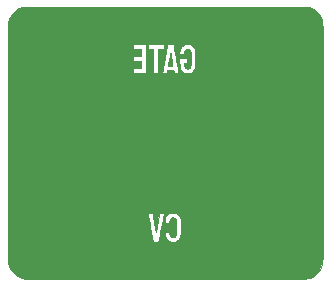
<source format=gbr>
%TF.GenerationSoftware,KiCad,Pcbnew,8.0.8*%
%TF.CreationDate,2025-01-17T16:13:05-03:00*%
%TF.ProjectId,DQ-Panel,44512d50-616e-4656-9c2e-6b696361645f,rev?*%
%TF.SameCoordinates,Original*%
%TF.FileFunction,Soldermask,Bot*%
%TF.FilePolarity,Negative*%
%FSLAX46Y46*%
G04 Gerber Fmt 4.6, Leading zero omitted, Abs format (unit mm)*
G04 Created by KiCad (PCBNEW 8.0.8) date 2025-01-17 16:13:05*
%MOMM*%
%LPD*%
G01*
G04 APERTURE LIST*
%ADD10C,0.000000*%
%ADD11C,0.010000*%
G04 APERTURE END LIST*
D10*
G36*
X63974250Y-120232180D02*
G01*
X64175890Y-120312490D01*
X64351040Y-120408590D01*
X64513350Y-120529060D01*
X64653720Y-120659320D01*
X64744070Y-120753010D01*
X64811430Y-120831390D01*
X64864900Y-120906790D01*
X64913590Y-120991500D01*
X64944970Y-121053290D01*
X64993320Y-121160110D01*
X65039030Y-121276000D01*
X65074860Y-121382060D01*
X65085710Y-121421010D01*
X65088960Y-121434300D01*
X65092040Y-121448400D01*
X65094950Y-121464440D01*
X65097700Y-121483570D01*
X65100290Y-121506900D01*
X65102730Y-121535600D01*
X65105020Y-121570780D01*
X65107170Y-121613590D01*
X65109180Y-121665160D01*
X65111050Y-121726640D01*
X65112790Y-121799150D01*
X65114410Y-121883840D01*
X65115900Y-121981840D01*
X65117280Y-122094290D01*
X65118550Y-122222330D01*
X65119720Y-122367100D01*
X65120780Y-122529720D01*
X65121740Y-122711340D01*
X65122610Y-122913100D01*
X65123390Y-123136120D01*
X65124090Y-123381560D01*
X65124710Y-123650540D01*
X65125250Y-123944210D01*
X65125730Y-124263690D01*
X65126140Y-124610140D01*
X65126490Y-124984670D01*
X65126780Y-125388440D01*
X65127030Y-125822580D01*
X65127220Y-126288220D01*
X65127380Y-126786500D01*
X65127500Y-127318560D01*
X65127580Y-127885540D01*
X65127640Y-128488570D01*
X65127680Y-129128800D01*
X65127690Y-129807350D01*
X65127690Y-130525360D01*
X65127690Y-131283980D01*
X65127680Y-131697420D01*
X65127670Y-132477950D01*
X65127650Y-133217270D01*
X65127610Y-133916540D01*
X65127560Y-134576880D01*
X65127490Y-135199440D01*
X65127400Y-135785350D01*
X65127270Y-136335750D01*
X65127110Y-136851780D01*
X65126910Y-137334560D01*
X65126660Y-137785250D01*
X65126370Y-138204970D01*
X65126030Y-138594870D01*
X65125630Y-138956080D01*
X65125160Y-139289740D01*
X65124630Y-139596980D01*
X65124030Y-139878940D01*
X65123360Y-140136760D01*
X65122600Y-140371580D01*
X65121760Y-140584530D01*
X65120830Y-140776750D01*
X65119810Y-140949370D01*
X65118690Y-141103540D01*
X65117460Y-141240400D01*
X65116130Y-141361060D01*
X65114690Y-141466690D01*
X65113130Y-141558400D01*
X65111450Y-141637350D01*
X65109650Y-141704660D01*
X65107710Y-141761470D01*
X65105640Y-141808920D01*
X65103440Y-141848150D01*
X65101090Y-141880290D01*
X65098590Y-141906490D01*
X65095940Y-141927870D01*
X65093130Y-141945570D01*
X65090160Y-141960740D01*
X65087030Y-141974510D01*
X65086730Y-141975750D01*
X65006000Y-142224620D01*
X64889520Y-142454730D01*
X64740120Y-142662040D01*
X64560630Y-142842520D01*
X64389780Y-142969730D01*
X64212260Y-143072600D01*
X64039040Y-143147260D01*
X63856070Y-143198460D01*
X63649340Y-143230980D01*
X63609360Y-143235140D01*
X63574690Y-143236450D01*
X63499180Y-143237710D01*
X63384300Y-143238920D01*
X63231550Y-143240080D01*
X63042420Y-143241190D01*
X62818390Y-143242240D01*
X62560950Y-143243250D01*
X62271580Y-143244200D01*
X61951780Y-143245110D01*
X61603030Y-143245960D01*
X61226810Y-143246760D01*
X60824620Y-143247520D01*
X60397930Y-143248220D01*
X59948250Y-143248880D01*
X59477050Y-143249480D01*
X58985820Y-143250040D01*
X58476050Y-143250550D01*
X57949230Y-143251010D01*
X57406840Y-143251420D01*
X56850370Y-143251780D01*
X56281300Y-143252090D01*
X55701130Y-143252360D01*
X55111340Y-143252570D01*
X54513420Y-143252740D01*
X53908860Y-143252860D01*
X53299130Y-143252940D01*
X52685740Y-143252960D01*
X52070160Y-143252940D01*
X51453880Y-143252870D01*
X50838390Y-143252760D01*
X50225180Y-143252590D01*
X49615730Y-143252390D01*
X49011540Y-143252130D01*
X48414080Y-143251830D01*
X47824850Y-143251480D01*
X47245320Y-143251090D01*
X46677000Y-143250650D01*
X46121370Y-143250160D01*
X45579900Y-143249630D01*
X45054100Y-143249060D01*
X44545440Y-143248430D01*
X44055420Y-143247770D01*
X43585520Y-143247060D01*
X43137220Y-143246300D01*
X42712020Y-143245500D01*
X42311410Y-143244660D01*
X41936860Y-143243770D01*
X41589870Y-143242830D01*
X41271920Y-143241860D01*
X40984500Y-143240840D01*
X40729100Y-143239770D01*
X40507200Y-143238660D01*
X40320290Y-143237510D01*
X40169860Y-143236320D01*
X40057400Y-143235080D01*
X39984380Y-143233800D01*
X39953140Y-143232570D01*
X39707980Y-143188380D01*
X39471020Y-143105790D01*
X39248180Y-142988380D01*
X39045350Y-142839760D01*
X38868430Y-142663490D01*
X38745550Y-142498840D01*
X38656210Y-142348030D01*
X38590440Y-142205690D01*
X38539880Y-142052470D01*
X38520100Y-141975750D01*
X38516950Y-141962050D01*
X38513960Y-141947060D01*
X38511140Y-141929640D01*
X38508480Y-141908640D01*
X38505960Y-141882940D01*
X38503600Y-141851390D01*
X38501380Y-141812860D01*
X38499300Y-141766220D01*
X38497350Y-141710310D01*
X38495540Y-141644020D01*
X38493850Y-141566200D01*
X38492280Y-141475710D01*
X38490820Y-141371410D01*
X38489480Y-141252180D01*
X38488250Y-141116870D01*
X38487120Y-140964340D01*
X38486090Y-140793460D01*
X38485150Y-140603100D01*
X38484300Y-140392110D01*
X38483540Y-140159350D01*
X38482850Y-139903700D01*
X38482250Y-139624010D01*
X38481710Y-139319150D01*
X38481240Y-138987970D01*
X38480830Y-138629350D01*
X38480480Y-138242150D01*
X38480190Y-137825220D01*
X38480100Y-137663040D01*
X50310450Y-137663040D01*
X50314310Y-137686150D01*
X50325680Y-137747070D01*
X50343850Y-137842070D01*
X50368070Y-137967440D01*
X50397650Y-138119460D01*
X50431840Y-138294400D01*
X50469930Y-138488560D01*
X50511190Y-138698210D01*
X50547090Y-138880120D01*
X50784450Y-140081330D01*
X51002490Y-140081330D01*
X51100590Y-140080830D01*
X51164370Y-140078240D01*
X51201860Y-140071870D01*
X51221070Y-140060080D01*
X51230010Y-140041190D01*
X51231930Y-140033710D01*
X51237920Y-140005390D01*
X51251120Y-139940840D01*
X51270620Y-139844560D01*
X51295530Y-139721040D01*
X51324950Y-139574790D01*
X51357980Y-139410320D01*
X51393200Y-139234660D01*
X51723860Y-139234660D01*
X51738620Y-139409290D01*
X51771280Y-139591300D01*
X51834060Y-139750110D01*
X51923010Y-139883200D01*
X52034190Y-139988050D01*
X52163670Y-140062140D01*
X52307490Y-140102940D01*
X52461720Y-140107930D01*
X52622410Y-140074600D01*
X52718320Y-140036100D01*
X52851920Y-139951630D01*
X52960580Y-139836010D01*
X53046550Y-139688060D01*
X53059470Y-139658830D01*
X53069850Y-139629920D01*
X53077940Y-139596520D01*
X53084050Y-139553810D01*
X53088440Y-139496960D01*
X53091410Y-139421150D01*
X53093220Y-139321580D01*
X53094170Y-139193410D01*
X53094530Y-139031840D01*
X53094580Y-138864250D01*
X53094580Y-138144580D01*
X53033510Y-138012340D01*
X52947090Y-137871780D01*
X52831070Y-137753160D01*
X52694580Y-137665700D01*
X52685550Y-137661470D01*
X52611630Y-137634520D01*
X52528300Y-137620280D01*
X52419560Y-137616050D01*
X52417250Y-137616050D01*
X52268960Y-137627020D01*
X52145900Y-137663110D01*
X52036160Y-137729040D01*
X51956900Y-137799480D01*
X51863510Y-137908930D01*
X51801640Y-138023550D01*
X51766400Y-138155080D01*
X51753790Y-138287460D01*
X51746280Y-138472660D01*
X52152660Y-138472660D01*
X52152740Y-138340370D01*
X52159980Y-138236500D01*
X52183250Y-138160300D01*
X52194140Y-138140320D01*
X52262900Y-138063530D01*
X52349180Y-138020400D01*
X52443560Y-138012070D01*
X52536580Y-138039680D01*
X52605770Y-138090470D01*
X52671250Y-138155920D01*
X52677380Y-138832300D01*
X52678970Y-139033310D01*
X52679300Y-139196420D01*
X52677710Y-139326020D01*
X52673580Y-139426550D01*
X52666250Y-139502410D01*
X52655080Y-139558030D01*
X52639420Y-139597810D01*
X52618640Y-139626190D01*
X52592080Y-139647560D01*
X52559120Y-139666360D01*
X52555520Y-139668220D01*
X52466290Y-139696190D01*
X52372570Y-139696250D01*
X52290800Y-139669110D01*
X52271510Y-139656130D01*
X52204610Y-139584490D01*
X52166120Y-139493460D01*
X52152750Y-139374870D01*
X52152660Y-139362710D01*
X52152660Y-139234660D01*
X51723860Y-139234660D01*
X51393200Y-139234660D01*
X51393710Y-139232130D01*
X51431250Y-139044710D01*
X51469700Y-138852580D01*
X51508150Y-138660240D01*
X51545700Y-138472180D01*
X51581460Y-138292920D01*
X51614520Y-138126950D01*
X51643990Y-137978780D01*
X51668960Y-137852900D01*
X51688530Y-137753840D01*
X51701800Y-137686080D01*
X51707870Y-137654130D01*
X51708160Y-137652230D01*
X51688530Y-137650000D01*
X51635690Y-137649350D01*
X51558740Y-137650300D01*
X51503300Y-137651690D01*
X51298430Y-137657750D01*
X51157960Y-138445820D01*
X51126100Y-138623080D01*
X51096120Y-138787070D01*
X51068910Y-138933150D01*
X51045350Y-139056680D01*
X51026330Y-139153030D01*
X51012730Y-139217570D01*
X51005440Y-139245650D01*
X51005000Y-139246380D01*
X50992650Y-139237750D01*
X50980380Y-139199520D01*
X50980310Y-139199140D01*
X50973450Y-139162560D01*
X50960780Y-139092000D01*
X50943270Y-138993140D01*
X50921920Y-138871650D01*
X50897710Y-138733220D01*
X50871630Y-138583540D01*
X50844650Y-138428280D01*
X50817770Y-138273130D01*
X50791970Y-138123770D01*
X50768240Y-137985880D01*
X50747560Y-137865160D01*
X50730920Y-137767270D01*
X50719300Y-137697910D01*
X50713690Y-137662760D01*
X50713330Y-137659670D01*
X50694060Y-137653440D01*
X50643690Y-137649420D01*
X50573420Y-137647510D01*
X50494410Y-137647630D01*
X50417850Y-137649680D01*
X50354920Y-137653570D01*
X50316790Y-137659200D01*
X50310450Y-137663040D01*
X38480100Y-137663040D01*
X38479940Y-137377440D01*
X38479730Y-136897650D01*
X38479570Y-136384740D01*
X38479440Y-135837560D01*
X38479340Y-135254970D01*
X38479270Y-134635840D01*
X38479220Y-133979020D01*
X38479180Y-133283390D01*
X38479160Y-132547810D01*
X38479150Y-131771130D01*
X38479140Y-131697420D01*
X38479140Y-130917110D01*
X38479130Y-130178000D01*
X38479140Y-129478950D01*
X38479160Y-128818810D01*
X38479210Y-128196470D01*
X38479280Y-127610770D01*
X38479380Y-127060580D01*
X38479520Y-126544760D01*
X38479690Y-126062190D01*
X38479910Y-125611710D01*
X38480180Y-125192200D01*
X38480500Y-124802510D01*
X38480880Y-124441510D01*
X38481320Y-124108060D01*
X38481820Y-123801030D01*
X38481857Y-123783000D01*
X49041160Y-123783000D01*
X49782000Y-123783000D01*
X49782000Y-124354500D01*
X49041160Y-124354500D01*
X49041160Y-124756660D01*
X49782000Y-124756660D01*
X49782000Y-125391660D01*
X49041160Y-125391660D01*
X49041160Y-125815000D01*
X50184160Y-125815000D01*
X50184160Y-123380830D01*
X50311160Y-123380830D01*
X50311160Y-123783000D01*
X50798000Y-123783000D01*
X50798000Y-125815000D01*
X51200160Y-125815000D01*
X51200160Y-125789470D01*
X51545490Y-125789470D01*
X51552760Y-125803400D01*
X51578090Y-125811030D01*
X51628990Y-125814270D01*
X51712960Y-125814990D01*
X51738080Y-125815000D01*
X51832970Y-125814010D01*
X51893610Y-125810100D01*
X51928070Y-125801850D01*
X51944410Y-125787830D01*
X51948370Y-125777960D01*
X51957320Y-125735190D01*
X51967970Y-125670400D01*
X51972260Y-125640370D01*
X51985920Y-125539830D01*
X52485420Y-125539830D01*
X52504250Y-125672120D01*
X52523080Y-125804410D01*
X52729080Y-125810470D01*
X52826990Y-125812140D01*
X52888570Y-125809800D01*
X52919690Y-125802810D01*
X52926240Y-125790540D01*
X52925870Y-125789300D01*
X52920500Y-125763850D01*
X52908430Y-125700640D01*
X52890370Y-125603550D01*
X52867030Y-125476510D01*
X52839120Y-125323420D01*
X52807370Y-125148190D01*
X52772480Y-124954720D01*
X52735160Y-124746920D01*
X52714170Y-124629660D01*
X52675680Y-124414540D01*
X52639150Y-124210660D01*
X52638380Y-124206330D01*
X52994020Y-124206330D01*
X53401500Y-124206330D01*
X53401610Y-124116370D01*
X53416120Y-123982170D01*
X53457950Y-123875400D01*
X53525160Y-123798860D01*
X53615810Y-123755320D01*
X53659180Y-123747670D01*
X53762070Y-123756160D01*
X53847480Y-123802400D01*
X53911060Y-123883920D01*
X53916480Y-123894820D01*
X53926910Y-123921620D01*
X53935100Y-123956350D01*
X53941320Y-124004040D01*
X53945830Y-124069670D01*
X53948880Y-124158250D01*
X53950730Y-124274780D01*
X53951620Y-124424270D01*
X53951830Y-124585920D01*
X53951490Y-124779210D01*
X53950000Y-124934960D01*
X53946670Y-125057970D01*
X53940800Y-125153040D01*
X53931690Y-125224950D01*
X53918640Y-125278510D01*
X53900960Y-125318500D01*
X53877950Y-125349730D01*
X53848900Y-125376990D01*
X53835120Y-125388110D01*
X53758160Y-125424410D01*
X53665180Y-125433000D01*
X53572930Y-125413000D01*
X53551760Y-125403330D01*
X53483240Y-125351540D01*
X53437700Y-125275780D01*
X53411950Y-125169660D01*
X53406120Y-125112490D01*
X53395810Y-124968330D01*
X53676660Y-124968330D01*
X53676660Y-124566160D01*
X52995900Y-124566160D01*
X53002910Y-124941870D01*
X53005810Y-125078500D01*
X53009320Y-125180610D01*
X53014440Y-125256020D01*
X53022140Y-125312540D01*
X53033410Y-125357980D01*
X53049240Y-125400150D01*
X53064970Y-125434960D01*
X53147360Y-125576610D01*
X53248330Y-125685190D01*
X53358790Y-125759830D01*
X53514950Y-125821770D01*
X53677620Y-125843210D01*
X53840770Y-125823940D01*
X53966700Y-125779500D01*
X54080210Y-125707250D01*
X54185000Y-125605100D01*
X54269900Y-125485380D01*
X54311540Y-125397710D01*
X54323520Y-125363920D01*
X54333070Y-125330180D01*
X54340420Y-125291570D01*
X54345790Y-125243190D01*
X54349410Y-125180090D01*
X54351490Y-125097380D01*
X54352270Y-124990130D01*
X54351950Y-124853420D01*
X54350780Y-124682340D01*
X54349720Y-124557360D01*
X54343410Y-123835910D01*
X54285210Y-123725500D01*
X54185500Y-123578600D01*
X54056690Y-123462210D01*
X53967000Y-123407430D01*
X53904490Y-123377660D01*
X53847250Y-123360210D01*
X53779920Y-123352070D01*
X53687140Y-123350200D01*
X53676660Y-123350240D01*
X53578350Y-123352910D01*
X53506900Y-123361790D01*
X53446980Y-123379900D01*
X53390910Y-123406190D01*
X53244530Y-123503570D01*
X53132600Y-123625460D01*
X53055030Y-123772020D01*
X53011730Y-123943400D01*
X53003230Y-124031710D01*
X52994020Y-124206330D01*
X52638380Y-124206330D01*
X52605310Y-124022090D01*
X52574900Y-123852850D01*
X52548630Y-123707010D01*
X52527230Y-123588610D01*
X52511440Y-123501700D01*
X52501990Y-123450330D01*
X52499830Y-123439040D01*
X52487970Y-123380830D01*
X51965530Y-123380830D01*
X51953510Y-123439040D01*
X51947700Y-123470610D01*
X51935450Y-123539810D01*
X51917470Y-123642530D01*
X51894460Y-123774680D01*
X51867150Y-123932170D01*
X51836240Y-124110880D01*
X51802450Y-124306720D01*
X51766480Y-124515600D01*
X51750510Y-124608500D01*
X51713880Y-124821310D01*
X51679170Y-125022510D01*
X51647060Y-125208060D01*
X51618270Y-125373910D01*
X51593500Y-125516010D01*
X51573460Y-125630310D01*
X51558850Y-125712760D01*
X51550370Y-125759310D01*
X51548770Y-125767370D01*
X51545490Y-125789470D01*
X51200160Y-125789470D01*
X51200160Y-123783000D01*
X51665830Y-123783000D01*
X51665830Y-123380830D01*
X50311160Y-123380830D01*
X50184160Y-123380830D01*
X49041160Y-123380830D01*
X49041160Y-123783000D01*
X38481857Y-123783000D01*
X38482400Y-123519280D01*
X38482760Y-123380830D01*
X38483060Y-123261660D01*
X38483800Y-123027050D01*
X38484620Y-122814310D01*
X38485530Y-122622300D01*
X38486540Y-122449880D01*
X38487650Y-122295910D01*
X38488860Y-122159270D01*
X38490190Y-122038800D01*
X38491620Y-121933380D01*
X38493170Y-121841870D01*
X38494850Y-121763130D01*
X38496660Y-121696020D01*
X38498590Y-121639400D01*
X38500660Y-121592150D01*
X38502880Y-121553120D01*
X38505240Y-121521180D01*
X38507750Y-121495180D01*
X38510420Y-121473990D01*
X38513240Y-121456480D01*
X38516240Y-121441510D01*
X38519400Y-121427930D01*
X38521120Y-121421010D01*
X38550260Y-121325360D01*
X38592490Y-121211500D01*
X38640560Y-121098320D01*
X38661860Y-121053290D01*
X38712110Y-120956790D01*
X38761580Y-120877150D01*
X38819350Y-120802060D01*
X38894540Y-120719200D01*
X38953110Y-120659320D01*
X39115350Y-120510880D01*
X39278620Y-120394240D01*
X39456570Y-120300800D01*
X39632580Y-120232180D01*
X39801910Y-120174080D01*
X63804910Y-120174080D01*
X63974250Y-120232180D01*
G37*
D11*
X63974250Y-120232180D02*
X64175890Y-120312490D01*
X64175890Y-120312490D02*
X64351040Y-120408590D01*
X64351040Y-120408590D02*
X64513350Y-120529060D01*
X64513350Y-120529060D02*
X64653720Y-120659320D01*
X64653720Y-120659320D02*
X64744070Y-120753010D01*
X64744070Y-120753010D02*
X64811430Y-120831390D01*
X64811430Y-120831390D02*
X64864900Y-120906790D01*
X64864900Y-120906790D02*
X64913590Y-120991500D01*
X64913590Y-120991500D02*
X64944970Y-121053290D01*
X64944970Y-121053290D02*
X64993320Y-121160110D01*
X64993320Y-121160110D02*
X65039030Y-121276000D01*
X65039030Y-121276000D02*
X65074860Y-121382060D01*
X65074860Y-121382060D02*
X65085710Y-121421010D01*
X65085710Y-121421010D02*
X65088960Y-121434300D01*
X65088960Y-121434300D02*
X65092040Y-121448400D01*
X65092040Y-121448400D02*
X65094950Y-121464440D01*
X65094950Y-121464440D02*
X65097700Y-121483570D01*
X65097700Y-121483570D02*
X65100290Y-121506900D01*
X65100290Y-121506900D02*
X65102730Y-121535600D01*
X65102730Y-121535600D02*
X65105020Y-121570780D01*
X65105020Y-121570780D02*
X65107170Y-121613590D01*
X65107170Y-121613590D02*
X65109180Y-121665160D01*
X65109180Y-121665160D02*
X65111050Y-121726640D01*
X65111050Y-121726640D02*
X65112790Y-121799150D01*
X65112790Y-121799150D02*
X65114410Y-121883840D01*
X65114410Y-121883840D02*
X65115900Y-121981840D01*
X65115900Y-121981840D02*
X65117280Y-122094290D01*
X65117280Y-122094290D02*
X65118550Y-122222330D01*
X65118550Y-122222330D02*
X65119720Y-122367100D01*
X65119720Y-122367100D02*
X65120780Y-122529720D01*
X65120780Y-122529720D02*
X65121740Y-122711340D01*
X65121740Y-122711340D02*
X65122610Y-122913100D01*
X65122610Y-122913100D02*
X65123390Y-123136120D01*
X65123390Y-123136120D02*
X65124090Y-123381560D01*
X65124090Y-123381560D02*
X65124710Y-123650540D01*
X65124710Y-123650540D02*
X65125250Y-123944210D01*
X65125250Y-123944210D02*
X65125730Y-124263690D01*
X65125730Y-124263690D02*
X65126140Y-124610140D01*
X65126140Y-124610140D02*
X65126490Y-124984670D01*
X65126490Y-124984670D02*
X65126780Y-125388440D01*
X65126780Y-125388440D02*
X65127030Y-125822580D01*
X65127030Y-125822580D02*
X65127220Y-126288220D01*
X65127220Y-126288220D02*
X65127380Y-126786500D01*
X65127380Y-126786500D02*
X65127500Y-127318560D01*
X65127500Y-127318560D02*
X65127580Y-127885540D01*
X65127580Y-127885540D02*
X65127640Y-128488570D01*
X65127640Y-128488570D02*
X65127680Y-129128800D01*
X65127680Y-129128800D02*
X65127690Y-129807350D01*
X65127690Y-129807350D02*
X65127690Y-130525360D01*
X65127690Y-130525360D02*
X65127690Y-131283980D01*
X65127690Y-131283980D02*
X65127680Y-131697420D01*
X65127680Y-131697420D02*
X65127670Y-132477950D01*
X65127670Y-132477950D02*
X65127650Y-133217270D01*
X65127650Y-133217270D02*
X65127610Y-133916540D01*
X65127610Y-133916540D02*
X65127560Y-134576880D01*
X65127560Y-134576880D02*
X65127490Y-135199440D01*
X65127490Y-135199440D02*
X65127400Y-135785350D01*
X65127400Y-135785350D02*
X65127270Y-136335750D01*
X65127270Y-136335750D02*
X65127110Y-136851780D01*
X65127110Y-136851780D02*
X65126910Y-137334560D01*
X65126910Y-137334560D02*
X65126660Y-137785250D01*
X65126660Y-137785250D02*
X65126370Y-138204970D01*
X65126370Y-138204970D02*
X65126030Y-138594870D01*
X65126030Y-138594870D02*
X65125630Y-138956080D01*
X65125630Y-138956080D02*
X65125160Y-139289740D01*
X65125160Y-139289740D02*
X65124630Y-139596980D01*
X65124630Y-139596980D02*
X65124030Y-139878940D01*
X65124030Y-139878940D02*
X65123360Y-140136760D01*
X65123360Y-140136760D02*
X65122600Y-140371580D01*
X65122600Y-140371580D02*
X65121760Y-140584530D01*
X65121760Y-140584530D02*
X65120830Y-140776750D01*
X65120830Y-140776750D02*
X65119810Y-140949370D01*
X65119810Y-140949370D02*
X65118690Y-141103540D01*
X65118690Y-141103540D02*
X65117460Y-141240400D01*
X65117460Y-141240400D02*
X65116130Y-141361060D01*
X65116130Y-141361060D02*
X65114690Y-141466690D01*
X65114690Y-141466690D02*
X65113130Y-141558400D01*
X65113130Y-141558400D02*
X65111450Y-141637350D01*
X65111450Y-141637350D02*
X65109650Y-141704660D01*
X65109650Y-141704660D02*
X65107710Y-141761470D01*
X65107710Y-141761470D02*
X65105640Y-141808920D01*
X65105640Y-141808920D02*
X65103440Y-141848150D01*
X65103440Y-141848150D02*
X65101090Y-141880290D01*
X65101090Y-141880290D02*
X65098590Y-141906490D01*
X65098590Y-141906490D02*
X65095940Y-141927870D01*
X65095940Y-141927870D02*
X65093130Y-141945570D01*
X65093130Y-141945570D02*
X65090160Y-141960740D01*
X65090160Y-141960740D02*
X65087030Y-141974510D01*
X65087030Y-141974510D02*
X65086730Y-141975750D01*
X65086730Y-141975750D02*
X65006000Y-142224620D01*
X65006000Y-142224620D02*
X64889520Y-142454730D01*
X64889520Y-142454730D02*
X64740120Y-142662040D01*
X64740120Y-142662040D02*
X64560630Y-142842520D01*
X64560630Y-142842520D02*
X64389780Y-142969730D01*
X64389780Y-142969730D02*
X64212260Y-143072600D01*
X64212260Y-143072600D02*
X64039040Y-143147260D01*
X64039040Y-143147260D02*
X63856070Y-143198460D01*
X63856070Y-143198460D02*
X63649340Y-143230980D01*
X63649340Y-143230980D02*
X63609360Y-143235140D01*
X63609360Y-143235140D02*
X63574690Y-143236450D01*
X63574690Y-143236450D02*
X63499180Y-143237710D01*
X63499180Y-143237710D02*
X63384300Y-143238920D01*
X63384300Y-143238920D02*
X63231550Y-143240080D01*
X63231550Y-143240080D02*
X63042420Y-143241190D01*
X63042420Y-143241190D02*
X62818390Y-143242240D01*
X62818390Y-143242240D02*
X62560950Y-143243250D01*
X62560950Y-143243250D02*
X62271580Y-143244200D01*
X62271580Y-143244200D02*
X61951780Y-143245110D01*
X61951780Y-143245110D02*
X61603030Y-143245960D01*
X61603030Y-143245960D02*
X61226810Y-143246760D01*
X61226810Y-143246760D02*
X60824620Y-143247520D01*
X60824620Y-143247520D02*
X60397930Y-143248220D01*
X60397930Y-143248220D02*
X59948250Y-143248880D01*
X59948250Y-143248880D02*
X59477050Y-143249480D01*
X59477050Y-143249480D02*
X58985820Y-143250040D01*
X58985820Y-143250040D02*
X58476050Y-143250550D01*
X58476050Y-143250550D02*
X57949230Y-143251010D01*
X57949230Y-143251010D02*
X57406840Y-143251420D01*
X57406840Y-143251420D02*
X56850370Y-143251780D01*
X56850370Y-143251780D02*
X56281300Y-143252090D01*
X56281300Y-143252090D02*
X55701130Y-143252360D01*
X55701130Y-143252360D02*
X55111340Y-143252570D01*
X55111340Y-143252570D02*
X54513420Y-143252740D01*
X54513420Y-143252740D02*
X53908860Y-143252860D01*
X53908860Y-143252860D02*
X53299130Y-143252940D01*
X53299130Y-143252940D02*
X52685740Y-143252960D01*
X52685740Y-143252960D02*
X52070160Y-143252940D01*
X52070160Y-143252940D02*
X51453880Y-143252870D01*
X51453880Y-143252870D02*
X50838390Y-143252760D01*
X50838390Y-143252760D02*
X50225180Y-143252590D01*
X50225180Y-143252590D02*
X49615730Y-143252390D01*
X49615730Y-143252390D02*
X49011540Y-143252130D01*
X49011540Y-143252130D02*
X48414080Y-143251830D01*
X48414080Y-143251830D02*
X47824850Y-143251480D01*
X47824850Y-143251480D02*
X47245320Y-143251090D01*
X47245320Y-143251090D02*
X46677000Y-143250650D01*
X46677000Y-143250650D02*
X46121370Y-143250160D01*
X46121370Y-143250160D02*
X45579900Y-143249630D01*
X45579900Y-143249630D02*
X45054100Y-143249060D01*
X45054100Y-143249060D02*
X44545440Y-143248430D01*
X44545440Y-143248430D02*
X44055420Y-143247770D01*
X44055420Y-143247770D02*
X43585520Y-143247060D01*
X43585520Y-143247060D02*
X43137220Y-143246300D01*
X43137220Y-143246300D02*
X42712020Y-143245500D01*
X42712020Y-143245500D02*
X42311410Y-143244660D01*
X42311410Y-143244660D02*
X41936860Y-143243770D01*
X41936860Y-143243770D02*
X41589870Y-143242830D01*
X41589870Y-143242830D02*
X41271920Y-143241860D01*
X41271920Y-143241860D02*
X40984500Y-143240840D01*
X40984500Y-143240840D02*
X40729100Y-143239770D01*
X40729100Y-143239770D02*
X40507200Y-143238660D01*
X40507200Y-143238660D02*
X40320290Y-143237510D01*
X40320290Y-143237510D02*
X40169860Y-143236320D01*
X40169860Y-143236320D02*
X40057400Y-143235080D01*
X40057400Y-143235080D02*
X39984380Y-143233800D01*
X39984380Y-143233800D02*
X39953140Y-143232570D01*
X39953140Y-143232570D02*
X39707980Y-143188380D01*
X39707980Y-143188380D02*
X39471020Y-143105790D01*
X39471020Y-143105790D02*
X39248180Y-142988380D01*
X39248180Y-142988380D02*
X39045350Y-142839760D01*
X39045350Y-142839760D02*
X38868430Y-142663490D01*
X38868430Y-142663490D02*
X38745550Y-142498840D01*
X38745550Y-142498840D02*
X38656210Y-142348030D01*
X38656210Y-142348030D02*
X38590440Y-142205690D01*
X38590440Y-142205690D02*
X38539880Y-142052470D01*
X38539880Y-142052470D02*
X38520100Y-141975750D01*
X38520100Y-141975750D02*
X38516950Y-141962050D01*
X38516950Y-141962050D02*
X38513960Y-141947060D01*
X38513960Y-141947060D02*
X38511140Y-141929640D01*
X38511140Y-141929640D02*
X38508480Y-141908640D01*
X38508480Y-141908640D02*
X38505960Y-141882940D01*
X38505960Y-141882940D02*
X38503600Y-141851390D01*
X38503600Y-141851390D02*
X38501380Y-141812860D01*
X38501380Y-141812860D02*
X38499300Y-141766220D01*
X38499300Y-141766220D02*
X38497350Y-141710310D01*
X38497350Y-141710310D02*
X38495540Y-141644020D01*
X38495540Y-141644020D02*
X38493850Y-141566200D01*
X38493850Y-141566200D02*
X38492280Y-141475710D01*
X38492280Y-141475710D02*
X38490820Y-141371410D01*
X38490820Y-141371410D02*
X38489480Y-141252180D01*
X38489480Y-141252180D02*
X38488250Y-141116870D01*
X38488250Y-141116870D02*
X38487120Y-140964340D01*
X38487120Y-140964340D02*
X38486090Y-140793460D01*
X38486090Y-140793460D02*
X38485150Y-140603100D01*
X38485150Y-140603100D02*
X38484300Y-140392110D01*
X38484300Y-140392110D02*
X38483540Y-140159350D01*
X38483540Y-140159350D02*
X38482850Y-139903700D01*
X38482850Y-139903700D02*
X38482250Y-139624010D01*
X38482250Y-139624010D02*
X38481710Y-139319150D01*
X38481710Y-139319150D02*
X38481240Y-138987970D01*
X38481240Y-138987970D02*
X38480830Y-138629350D01*
X38480830Y-138629350D02*
X38480480Y-138242150D01*
X38480480Y-138242150D02*
X38480190Y-137825220D01*
X38480190Y-137825220D02*
X38480100Y-137663040D01*
X38480100Y-137663040D02*
X50310450Y-137663040D01*
X50310450Y-137663040D02*
X50314310Y-137686150D01*
X50314310Y-137686150D02*
X50325680Y-137747070D01*
X50325680Y-137747070D02*
X50343850Y-137842070D01*
X50343850Y-137842070D02*
X50368070Y-137967440D01*
X50368070Y-137967440D02*
X50397650Y-138119460D01*
X50397650Y-138119460D02*
X50431840Y-138294400D01*
X50431840Y-138294400D02*
X50469930Y-138488560D01*
X50469930Y-138488560D02*
X50511190Y-138698210D01*
X50511190Y-138698210D02*
X50547090Y-138880120D01*
X50547090Y-138880120D02*
X50784450Y-140081330D01*
X50784450Y-140081330D02*
X51002490Y-140081330D01*
X51002490Y-140081330D02*
X51100590Y-140080830D01*
X51100590Y-140080830D02*
X51164370Y-140078240D01*
X51164370Y-140078240D02*
X51201860Y-140071870D01*
X51201860Y-140071870D02*
X51221070Y-140060080D01*
X51221070Y-140060080D02*
X51230010Y-140041190D01*
X51230010Y-140041190D02*
X51231930Y-140033710D01*
X51231930Y-140033710D02*
X51237920Y-140005390D01*
X51237920Y-140005390D02*
X51251120Y-139940840D01*
X51251120Y-139940840D02*
X51270620Y-139844560D01*
X51270620Y-139844560D02*
X51295530Y-139721040D01*
X51295530Y-139721040D02*
X51324950Y-139574790D01*
X51324950Y-139574790D02*
X51357980Y-139410320D01*
X51357980Y-139410320D02*
X51393200Y-139234660D01*
X51393200Y-139234660D02*
X51723860Y-139234660D01*
X51723860Y-139234660D02*
X51738620Y-139409290D01*
X51738620Y-139409290D02*
X51771280Y-139591300D01*
X51771280Y-139591300D02*
X51834060Y-139750110D01*
X51834060Y-139750110D02*
X51923010Y-139883200D01*
X51923010Y-139883200D02*
X52034190Y-139988050D01*
X52034190Y-139988050D02*
X52163670Y-140062140D01*
X52163670Y-140062140D02*
X52307490Y-140102940D01*
X52307490Y-140102940D02*
X52461720Y-140107930D01*
X52461720Y-140107930D02*
X52622410Y-140074600D01*
X52622410Y-140074600D02*
X52718320Y-140036100D01*
X52718320Y-140036100D02*
X52851920Y-139951630D01*
X52851920Y-139951630D02*
X52960580Y-139836010D01*
X52960580Y-139836010D02*
X53046550Y-139688060D01*
X53046550Y-139688060D02*
X53059470Y-139658830D01*
X53059470Y-139658830D02*
X53069850Y-139629920D01*
X53069850Y-139629920D02*
X53077940Y-139596520D01*
X53077940Y-139596520D02*
X53084050Y-139553810D01*
X53084050Y-139553810D02*
X53088440Y-139496960D01*
X53088440Y-139496960D02*
X53091410Y-139421150D01*
X53091410Y-139421150D02*
X53093220Y-139321580D01*
X53093220Y-139321580D02*
X53094170Y-139193410D01*
X53094170Y-139193410D02*
X53094530Y-139031840D01*
X53094530Y-139031840D02*
X53094580Y-138864250D01*
X53094580Y-138864250D02*
X53094580Y-138144580D01*
X53094580Y-138144580D02*
X53033510Y-138012340D01*
X53033510Y-138012340D02*
X52947090Y-137871780D01*
X52947090Y-137871780D02*
X52831070Y-137753160D01*
X52831070Y-137753160D02*
X52694580Y-137665700D01*
X52694580Y-137665700D02*
X52685550Y-137661470D01*
X52685550Y-137661470D02*
X52611630Y-137634520D01*
X52611630Y-137634520D02*
X52528300Y-137620280D01*
X52528300Y-137620280D02*
X52419560Y-137616050D01*
X52419560Y-137616050D02*
X52417250Y-137616050D01*
X52417250Y-137616050D02*
X52268960Y-137627020D01*
X52268960Y-137627020D02*
X52145900Y-137663110D01*
X52145900Y-137663110D02*
X52036160Y-137729040D01*
X52036160Y-137729040D02*
X51956900Y-137799480D01*
X51956900Y-137799480D02*
X51863510Y-137908930D01*
X51863510Y-137908930D02*
X51801640Y-138023550D01*
X51801640Y-138023550D02*
X51766400Y-138155080D01*
X51766400Y-138155080D02*
X51753790Y-138287460D01*
X51753790Y-138287460D02*
X51746280Y-138472660D01*
X51746280Y-138472660D02*
X52152660Y-138472660D01*
X52152660Y-138472660D02*
X52152740Y-138340370D01*
X52152740Y-138340370D02*
X52159980Y-138236500D01*
X52159980Y-138236500D02*
X52183250Y-138160300D01*
X52183250Y-138160300D02*
X52194140Y-138140320D01*
X52194140Y-138140320D02*
X52262900Y-138063530D01*
X52262900Y-138063530D02*
X52349180Y-138020400D01*
X52349180Y-138020400D02*
X52443560Y-138012070D01*
X52443560Y-138012070D02*
X52536580Y-138039680D01*
X52536580Y-138039680D02*
X52605770Y-138090470D01*
X52605770Y-138090470D02*
X52671250Y-138155920D01*
X52671250Y-138155920D02*
X52677380Y-138832300D01*
X52677380Y-138832300D02*
X52678970Y-139033310D01*
X52678970Y-139033310D02*
X52679300Y-139196420D01*
X52679300Y-139196420D02*
X52677710Y-139326020D01*
X52677710Y-139326020D02*
X52673580Y-139426550D01*
X52673580Y-139426550D02*
X52666250Y-139502410D01*
X52666250Y-139502410D02*
X52655080Y-139558030D01*
X52655080Y-139558030D02*
X52639420Y-139597810D01*
X52639420Y-139597810D02*
X52618640Y-139626190D01*
X52618640Y-139626190D02*
X52592080Y-139647560D01*
X52592080Y-139647560D02*
X52559120Y-139666360D01*
X52559120Y-139666360D02*
X52555520Y-139668220D01*
X52555520Y-139668220D02*
X52466290Y-139696190D01*
X52466290Y-139696190D02*
X52372570Y-139696250D01*
X52372570Y-139696250D02*
X52290800Y-139669110D01*
X52290800Y-139669110D02*
X52271510Y-139656130D01*
X52271510Y-139656130D02*
X52204610Y-139584490D01*
X52204610Y-139584490D02*
X52166120Y-139493460D01*
X52166120Y-139493460D02*
X52152750Y-139374870D01*
X52152750Y-139374870D02*
X52152660Y-139362710D01*
X52152660Y-139362710D02*
X52152660Y-139234660D01*
X52152660Y-139234660D02*
X51723860Y-139234660D01*
X51723860Y-139234660D02*
X51393200Y-139234660D01*
X51393200Y-139234660D02*
X51393710Y-139232130D01*
X51393710Y-139232130D02*
X51431250Y-139044710D01*
X51431250Y-139044710D02*
X51469700Y-138852580D01*
X51469700Y-138852580D02*
X51508150Y-138660240D01*
X51508150Y-138660240D02*
X51545700Y-138472180D01*
X51545700Y-138472180D02*
X51581460Y-138292920D01*
X51581460Y-138292920D02*
X51614520Y-138126950D01*
X51614520Y-138126950D02*
X51643990Y-137978780D01*
X51643990Y-137978780D02*
X51668960Y-137852900D01*
X51668960Y-137852900D02*
X51688530Y-137753840D01*
X51688530Y-137753840D02*
X51701800Y-137686080D01*
X51701800Y-137686080D02*
X51707870Y-137654130D01*
X51707870Y-137654130D02*
X51708160Y-137652230D01*
X51708160Y-137652230D02*
X51688530Y-137650000D01*
X51688530Y-137650000D02*
X51635690Y-137649350D01*
X51635690Y-137649350D02*
X51558740Y-137650300D01*
X51558740Y-137650300D02*
X51503300Y-137651690D01*
X51503300Y-137651690D02*
X51298430Y-137657750D01*
X51298430Y-137657750D02*
X51157960Y-138445820D01*
X51157960Y-138445820D02*
X51126100Y-138623080D01*
X51126100Y-138623080D02*
X51096120Y-138787070D01*
X51096120Y-138787070D02*
X51068910Y-138933150D01*
X51068910Y-138933150D02*
X51045350Y-139056680D01*
X51045350Y-139056680D02*
X51026330Y-139153030D01*
X51026330Y-139153030D02*
X51012730Y-139217570D01*
X51012730Y-139217570D02*
X51005440Y-139245650D01*
X51005440Y-139245650D02*
X51005000Y-139246380D01*
X51005000Y-139246380D02*
X50992650Y-139237750D01*
X50992650Y-139237750D02*
X50980380Y-139199520D01*
X50980380Y-139199520D02*
X50980310Y-139199140D01*
X50980310Y-139199140D02*
X50973450Y-139162560D01*
X50973450Y-139162560D02*
X50960780Y-139092000D01*
X50960780Y-139092000D02*
X50943270Y-138993140D01*
X50943270Y-138993140D02*
X50921920Y-138871650D01*
X50921920Y-138871650D02*
X50897710Y-138733220D01*
X50897710Y-138733220D02*
X50871630Y-138583540D01*
X50871630Y-138583540D02*
X50844650Y-138428280D01*
X50844650Y-138428280D02*
X50817770Y-138273130D01*
X50817770Y-138273130D02*
X50791970Y-138123770D01*
X50791970Y-138123770D02*
X50768240Y-137985880D01*
X50768240Y-137985880D02*
X50747560Y-137865160D01*
X50747560Y-137865160D02*
X50730920Y-137767270D01*
X50730920Y-137767270D02*
X50719300Y-137697910D01*
X50719300Y-137697910D02*
X50713690Y-137662760D01*
X50713690Y-137662760D02*
X50713330Y-137659670D01*
X50713330Y-137659670D02*
X50694060Y-137653440D01*
X50694060Y-137653440D02*
X50643690Y-137649420D01*
X50643690Y-137649420D02*
X50573420Y-137647510D01*
X50573420Y-137647510D02*
X50494410Y-137647630D01*
X50494410Y-137647630D02*
X50417850Y-137649680D01*
X50417850Y-137649680D02*
X50354920Y-137653570D01*
X50354920Y-137653570D02*
X50316790Y-137659200D01*
X50316790Y-137659200D02*
X50310450Y-137663040D01*
X50310450Y-137663040D02*
X38480100Y-137663040D01*
X38480100Y-137663040D02*
X38479940Y-137377440D01*
X38479940Y-137377440D02*
X38479730Y-136897650D01*
X38479730Y-136897650D02*
X38479570Y-136384740D01*
X38479570Y-136384740D02*
X38479440Y-135837560D01*
X38479440Y-135837560D02*
X38479340Y-135254970D01*
X38479340Y-135254970D02*
X38479270Y-134635840D01*
X38479270Y-134635840D02*
X38479220Y-133979020D01*
X38479220Y-133979020D02*
X38479180Y-133283390D01*
X38479180Y-133283390D02*
X38479160Y-132547810D01*
X38479160Y-132547810D02*
X38479150Y-131771130D01*
X38479150Y-131771130D02*
X38479140Y-131697420D01*
X38479140Y-131697420D02*
X38479140Y-130917110D01*
X38479140Y-130917110D02*
X38479130Y-130178000D01*
X38479130Y-130178000D02*
X38479140Y-129478950D01*
X38479140Y-129478950D02*
X38479160Y-128818810D01*
X38479160Y-128818810D02*
X38479210Y-128196470D01*
X38479210Y-128196470D02*
X38479280Y-127610770D01*
X38479280Y-127610770D02*
X38479380Y-127060580D01*
X38479380Y-127060580D02*
X38479520Y-126544760D01*
X38479520Y-126544760D02*
X38479690Y-126062190D01*
X38479690Y-126062190D02*
X38479910Y-125611710D01*
X38479910Y-125611710D02*
X38480180Y-125192200D01*
X38480180Y-125192200D02*
X38480500Y-124802510D01*
X38480500Y-124802510D02*
X38480880Y-124441510D01*
X38480880Y-124441510D02*
X38481320Y-124108060D01*
X38481320Y-124108060D02*
X38481820Y-123801030D01*
X38481820Y-123801030D02*
X38482400Y-123519280D01*
X38482400Y-123519280D02*
X38482760Y-123380830D01*
X38482760Y-123380830D02*
X49041160Y-123380830D01*
X49041160Y-123380830D02*
X38482760Y-123380830D01*
X38482760Y-123380830D02*
X38483060Y-123261660D01*
X38483060Y-123261660D02*
X38483800Y-123027050D01*
X38483800Y-123027050D02*
X38484620Y-122814310D01*
X38484620Y-122814310D02*
X38485530Y-122622300D01*
X38485530Y-122622300D02*
X38486540Y-122449880D01*
X38486540Y-122449880D02*
X38487650Y-122295910D01*
X38487650Y-122295910D02*
X38488860Y-122159270D01*
X38488860Y-122159270D02*
X38490190Y-122038800D01*
X38490190Y-122038800D02*
X38491620Y-121933380D01*
X38491620Y-121933380D02*
X38493170Y-121841870D01*
X38493170Y-121841870D02*
X38494850Y-121763130D01*
X38494850Y-121763130D02*
X38496660Y-121696020D01*
X38496660Y-121696020D02*
X38498590Y-121639400D01*
X38498590Y-121639400D02*
X38500660Y-121592150D01*
X38500660Y-121592150D02*
X38502880Y-121553120D01*
X38502880Y-121553120D02*
X38505240Y-121521180D01*
X38505240Y-121521180D02*
X38507750Y-121495180D01*
X38507750Y-121495180D02*
X38510420Y-121473990D01*
X38510420Y-121473990D02*
X38513240Y-121456480D01*
X38513240Y-121456480D02*
X38516240Y-121441510D01*
X38516240Y-121441510D02*
X38519400Y-121427930D01*
X38519400Y-121427930D02*
X38521120Y-121421010D01*
X38521120Y-121421010D02*
X38550260Y-121325360D01*
X38550260Y-121325360D02*
X38592490Y-121211500D01*
X38592490Y-121211500D02*
X38640560Y-121098320D01*
X38640560Y-121098320D02*
X38661860Y-121053290D01*
X38661860Y-121053290D02*
X38712110Y-120956790D01*
X38712110Y-120956790D02*
X38761580Y-120877150D01*
X38761580Y-120877150D02*
X38819350Y-120802060D01*
X38819350Y-120802060D02*
X38894540Y-120719200D01*
X38894540Y-120719200D02*
X38953110Y-120659320D01*
X38953110Y-120659320D02*
X39115350Y-120510880D01*
X39115350Y-120510880D02*
X39278620Y-120394240D01*
X39278620Y-120394240D02*
X39456570Y-120300800D01*
X39456570Y-120300800D02*
X39632580Y-120232180D01*
X39632580Y-120232180D02*
X39801910Y-120174080D01*
X39801910Y-120174080D02*
X63804910Y-120174080D01*
X63804910Y-120174080D02*
X63974250Y-120232180D01*
D10*
G36*
X52238790Y-124080310D02*
G01*
X52243920Y-124100500D01*
X52251160Y-124139190D01*
X52263210Y-124210500D01*
X52278970Y-124307320D01*
X52297330Y-124422530D01*
X52317210Y-124549000D01*
X52337480Y-124679610D01*
X52357060Y-124807250D01*
X52374830Y-124924790D01*
X52389700Y-125025110D01*
X52400570Y-125101100D01*
X52406320Y-125145640D01*
X52406950Y-125153540D01*
X52392530Y-125167700D01*
X52346580Y-125176220D01*
X52264520Y-125179790D01*
X52230080Y-125180000D01*
X52053500Y-125180000D01*
X52133150Y-124640000D01*
X52159390Y-124462840D01*
X52180360Y-124323830D01*
X52196840Y-124219200D01*
X52209590Y-124145200D01*
X52219390Y-124098070D01*
X52227010Y-124074050D01*
X52233210Y-124069380D01*
X52238790Y-124080310D01*
G37*
D11*
X53572930Y-125413000D02*
X53551760Y-125403330D01*
X51573460Y-125630310D02*
X51558850Y-125712760D01*
X50311160Y-123783000D02*
X50798000Y-123783000D01*
X54185000Y-125605100D02*
X54269900Y-125485380D01*
X52346580Y-125176220D02*
X52264520Y-125179790D01*
X52400570Y-125101100D02*
X52406320Y-125145640D01*
X52278970Y-124307320D02*
X52297330Y-124422530D01*
X53835120Y-125388110D02*
X53758160Y-125424410D01*
X53514950Y-125821770D02*
X53677620Y-125843210D01*
X53457950Y-123875400D02*
X53525160Y-123798860D01*
X49782000Y-124756660D02*
X49782000Y-125391660D01*
X52180360Y-124323830D02*
X52196840Y-124219200D01*
X52357060Y-124807250D02*
X52374830Y-124924790D01*
X51545490Y-125789470D02*
X51200160Y-125789470D01*
X49041160Y-124354500D02*
X49041160Y-124756660D01*
X52238790Y-124080310D02*
X52243920Y-124100500D01*
X52230080Y-125180000D02*
X52053500Y-125180000D01*
X54323520Y-125363920D02*
X54333070Y-125330180D01*
X51545490Y-125789470D02*
X51552760Y-125803400D01*
X52251160Y-124139190D02*
X52263210Y-124210500D01*
X52406950Y-125153540D02*
X52392530Y-125167700D01*
X52890370Y-125603550D02*
X52867030Y-125476510D01*
X52389700Y-125025110D02*
X52400570Y-125101100D01*
X54352270Y-124990130D02*
X54351950Y-124853420D01*
X51985920Y-125539830D02*
X52485420Y-125539830D01*
X49041160Y-123380830D02*
X49041160Y-123783000D01*
X53946670Y-125057970D02*
X53940800Y-125153040D01*
X53358790Y-125759830D02*
X53514950Y-125821770D01*
X49782000Y-125391660D02*
X49041160Y-125391660D01*
X52053500Y-125180000D02*
X52133150Y-124640000D01*
X52995900Y-124566160D02*
X53002910Y-124941870D01*
X49782000Y-124354500D02*
X49041160Y-124354500D01*
X53147360Y-125576610D02*
X53248330Y-125685190D01*
X53676660Y-123350240D02*
X53578350Y-123352910D01*
X50798000Y-123783000D02*
X50798000Y-125815000D01*
X52406320Y-125145640D02*
X52406950Y-125153540D01*
X54340420Y-125291570D02*
X54345790Y-125243190D01*
X53676660Y-124968330D02*
X53676660Y-124566160D01*
X52605310Y-124022090D02*
X52574900Y-123852850D01*
X52392530Y-125167700D02*
X52346580Y-125176220D01*
X51618270Y-125373910D02*
X51593500Y-125516010D01*
X49041160Y-125391660D02*
X49041160Y-125815000D01*
X53967000Y-123407430D02*
X53904490Y-123377660D01*
X53615810Y-123755320D02*
X53659180Y-123747670D01*
X49041160Y-125815000D02*
X50184160Y-125815000D01*
X54185500Y-123578600D02*
X54056690Y-123462210D01*
X50184160Y-125815000D02*
X50184160Y-123380830D01*
X54349410Y-125180090D02*
X54351490Y-125097380D01*
X52920500Y-125763850D02*
X52908430Y-125700640D01*
X52638380Y-124206330D02*
X52994020Y-124206330D01*
X52227010Y-124074050D02*
X52233210Y-124069380D01*
X50311160Y-123380830D02*
X50311160Y-123783000D01*
X52297330Y-124422530D02*
X52317210Y-124549000D01*
X53064970Y-125434960D02*
X53147360Y-125576610D01*
X52264520Y-125179790D02*
X52230080Y-125180000D01*
X50798000Y-125815000D02*
X51200160Y-125815000D01*
X51552760Y-125803400D02*
X51578090Y-125811030D01*
X53687140Y-123350200D02*
X53676660Y-123350240D01*
X51713880Y-124821310D02*
X51679170Y-125022510D01*
X51712960Y-125814990D02*
X51738080Y-125815000D01*
X53940800Y-125153040D02*
X53931690Y-125224950D01*
X51832970Y-125814010D02*
X51893610Y-125810100D01*
X53916480Y-123894820D02*
X53926910Y-123921620D01*
X49041160Y-123783000D02*
X49782000Y-123783000D01*
X53950730Y-124274780D02*
X53951620Y-124424270D01*
X49782000Y-123783000D02*
X49782000Y-124354500D01*
X52233210Y-124069380D02*
X52238790Y-124080310D01*
X54269900Y-125485380D02*
X54311540Y-125397710D01*
X51665830Y-123783000D02*
X51665830Y-123380830D01*
X51893610Y-125810100D02*
X51928070Y-125801850D01*
X52926240Y-125790540D02*
X52925870Y-125789300D01*
X51928070Y-125801850D02*
X51944410Y-125787830D01*
X53005810Y-125078500D02*
X53009320Y-125180610D01*
X51944410Y-125787830D02*
X51948370Y-125777960D01*
X52574900Y-123852850D02*
X52548630Y-123707010D01*
X51957320Y-125735190D02*
X51967970Y-125670400D01*
X52639150Y-124210660D02*
X52638380Y-124206330D01*
X54345790Y-125243190D02*
X54349410Y-125180090D01*
X53401610Y-124116370D02*
X53416120Y-123982170D01*
X51593500Y-125516010D02*
X51573460Y-125630310D01*
X51967970Y-125670400D02*
X51972260Y-125640370D01*
X52196840Y-124219200D02*
X52209590Y-124145200D01*
X51965530Y-123380830D02*
X51953510Y-123439040D01*
X52504250Y-125672120D02*
X52523080Y-125804410D01*
X53931690Y-125224950D02*
X53918640Y-125278510D01*
X52729080Y-125810470D02*
X52826990Y-125812140D01*
X52919690Y-125802810D02*
X52926240Y-125790540D01*
X52925870Y-125789300D02*
X52920500Y-125763850D01*
X51738080Y-125815000D02*
X51832970Y-125814010D01*
X53779920Y-123352070D02*
X53687140Y-123350200D01*
X52807370Y-125148190D02*
X52772480Y-124954720D01*
X51972260Y-125640370D02*
X51985920Y-125539830D01*
X52908430Y-125700640D02*
X52890370Y-125603550D01*
X52485420Y-125539830D02*
X52504250Y-125672120D01*
X52839120Y-125323420D02*
X52807370Y-125148190D01*
X51200160Y-125789470D02*
X51200160Y-123783000D01*
X52243920Y-124100500D02*
X52251160Y-124139190D01*
X53446980Y-123379900D02*
X53390910Y-123406190D01*
X51750510Y-124608500D02*
X51713880Y-124821310D01*
X52675680Y-124414540D02*
X52639150Y-124210660D01*
X52209590Y-124145200D02*
X52219390Y-124098070D01*
X51200160Y-125815000D02*
X51200160Y-125789470D01*
X52523080Y-125804410D02*
X52729080Y-125810470D01*
X52772480Y-124954720D02*
X52735160Y-124746920D01*
X53847480Y-123802400D02*
X53911060Y-123883920D01*
X53941320Y-124004040D02*
X53945830Y-124069670D01*
X52735160Y-124746920D02*
X52714170Y-124629660D01*
X50184160Y-123380830D02*
X50311160Y-123380830D01*
X52994020Y-124206330D02*
X53401500Y-124206330D01*
X51836240Y-124110880D02*
X51802450Y-124306720D01*
X54311540Y-125397710D02*
X54323520Y-125363920D01*
X53416120Y-123982170D02*
X53457950Y-123875400D01*
X51948370Y-125777960D02*
X51957320Y-125735190D01*
X53525160Y-123798860D02*
X53615810Y-123755320D01*
X53659180Y-123747670D02*
X53762070Y-123756160D01*
X53762070Y-123756160D02*
X53847480Y-123802400D01*
X53406120Y-125112490D02*
X53395810Y-124968330D01*
X52337480Y-124679610D02*
X52357060Y-124807250D01*
X51200160Y-125789470D02*
X51545490Y-125789470D01*
X52159390Y-124462840D02*
X52180360Y-124323830D01*
X52374830Y-124924790D02*
X52389700Y-125025110D01*
X52263210Y-124210500D02*
X52278970Y-124307320D01*
X53676660Y-124566160D02*
X52995900Y-124566160D01*
X53945830Y-124069670D02*
X53948880Y-124158250D01*
X53948880Y-124158250D02*
X53950730Y-124274780D01*
X53951620Y-124424270D02*
X53951830Y-124585920D01*
X53951830Y-124585920D02*
X53951490Y-124779210D01*
X53904490Y-123377660D02*
X53847250Y-123360210D01*
X53951490Y-124779210D02*
X53950000Y-124934960D01*
X53950000Y-124934960D02*
X53946670Y-125057970D01*
X53918640Y-125278510D02*
X53900960Y-125318500D01*
X53900960Y-125318500D02*
X53877950Y-125349730D01*
X53877950Y-125349730D02*
X53848900Y-125376990D01*
X52867030Y-125476510D02*
X52839120Y-125323420D01*
X54351490Y-125097380D02*
X54352270Y-124990130D01*
X53390910Y-123406190D02*
X53244530Y-123503570D01*
X51802450Y-124306720D02*
X51766480Y-124515600D01*
X53848900Y-125376990D02*
X53835120Y-125388110D01*
X53911060Y-123883920D02*
X53916480Y-123894820D01*
X53758160Y-125424410D02*
X53665180Y-125433000D01*
X54351950Y-124853420D02*
X54350780Y-124682340D01*
X53551760Y-125403330D02*
X53483240Y-125351540D01*
X51200160Y-123783000D02*
X51665830Y-123783000D01*
X53483240Y-125351540D02*
X53437700Y-125275780D01*
X53437700Y-125275780D02*
X53411950Y-125169660D01*
X53411950Y-125169660D02*
X53406120Y-125112490D01*
X53395810Y-124968330D02*
X53676660Y-124968330D01*
X53002910Y-124941870D02*
X53005810Y-125078500D01*
X52714170Y-124629660D02*
X52675680Y-124414540D01*
X53014440Y-125256020D02*
X53022140Y-125312540D01*
X52826990Y-125812140D02*
X52888570Y-125809800D01*
X52511440Y-123501700D02*
X52501990Y-123450330D01*
X53033410Y-125357980D02*
X53049240Y-125400150D01*
X53049240Y-125400150D02*
X53064970Y-125434960D01*
X53966700Y-125779500D02*
X54080210Y-125707250D01*
X53248330Y-125685190D02*
X53358790Y-125759830D01*
X53926910Y-123921620D02*
X53935100Y-123956350D01*
X53677620Y-125843210D02*
X53840770Y-125823940D01*
X54333070Y-125330180D02*
X54340420Y-125291570D01*
X54350780Y-124682340D02*
X54349720Y-124557360D01*
X52133150Y-124640000D02*
X52159390Y-124462840D01*
X54349720Y-124557360D02*
X54343410Y-123835910D01*
X54343410Y-123835910D02*
X54285210Y-123725500D01*
X54285210Y-123725500D02*
X54185500Y-123578600D01*
X51935450Y-123539810D02*
X51917470Y-123642530D01*
X53401500Y-124206330D02*
X53401610Y-124116370D01*
X54056690Y-123462210D02*
X53967000Y-123407430D01*
X53847250Y-123360210D02*
X53779920Y-123352070D01*
X53578350Y-123352910D02*
X53506900Y-123361790D01*
X53506900Y-123361790D02*
X53446980Y-123379900D01*
X51628990Y-125814270D02*
X51712960Y-125814990D01*
X53244530Y-123503570D02*
X53132600Y-123625460D01*
X54080210Y-125707250D02*
X54185000Y-125605100D01*
X52499830Y-123439040D02*
X52487970Y-123380830D01*
X53132600Y-123625460D02*
X53055030Y-123772020D01*
X53055030Y-123772020D02*
X53011730Y-123943400D01*
X51578090Y-125811030D02*
X51628990Y-125814270D01*
X52317210Y-124549000D02*
X52337480Y-124679610D01*
X53011730Y-123943400D02*
X53003230Y-124031710D01*
X53003230Y-124031710D02*
X52994020Y-124206330D01*
X49041160Y-124756660D02*
X49782000Y-124756660D01*
X52994020Y-124206330D02*
X52638380Y-124206330D01*
X52219390Y-124098070D02*
X52227010Y-124074050D01*
X51953510Y-123439040D02*
X51947700Y-123470610D01*
X52638380Y-124206330D02*
X52605310Y-124022090D01*
X52548630Y-123707010D02*
X52527230Y-123588610D01*
X53665180Y-125433000D02*
X53572930Y-125413000D01*
X52527230Y-123588610D02*
X52511440Y-123501700D01*
X52501990Y-123450330D02*
X52499830Y-123439040D01*
X52487970Y-123380830D02*
X51965530Y-123380830D01*
X51550370Y-125759310D02*
X51548770Y-125767370D01*
X51947700Y-123470610D02*
X51935450Y-123539810D01*
X51917470Y-123642530D02*
X51894460Y-123774680D01*
X51894460Y-123774680D02*
X51867150Y-123932170D01*
X53022140Y-125312540D02*
X53033410Y-125357980D01*
X53009320Y-125180610D02*
X53014440Y-125256020D01*
X51867150Y-123932170D02*
X51836240Y-124110880D01*
X53935100Y-123956350D02*
X53941320Y-124004040D01*
X51766480Y-124515600D02*
X51750510Y-124608500D01*
X53840770Y-125823940D02*
X53966700Y-125779500D01*
X51679170Y-125022510D02*
X51647060Y-125208060D01*
X51647060Y-125208060D02*
X51618270Y-125373910D01*
X52888570Y-125809800D02*
X52919690Y-125802810D01*
X51558850Y-125712760D02*
X51550370Y-125759310D01*
X51548770Y-125767370D02*
X51545490Y-125789470D01*
X51665830Y-123380830D02*
X50311160Y-123380830D01*
X50311160Y-123380830D02*
X50184160Y-123380830D01*
X50184160Y-123380830D02*
X49041160Y-123380830D01*
M02*

</source>
